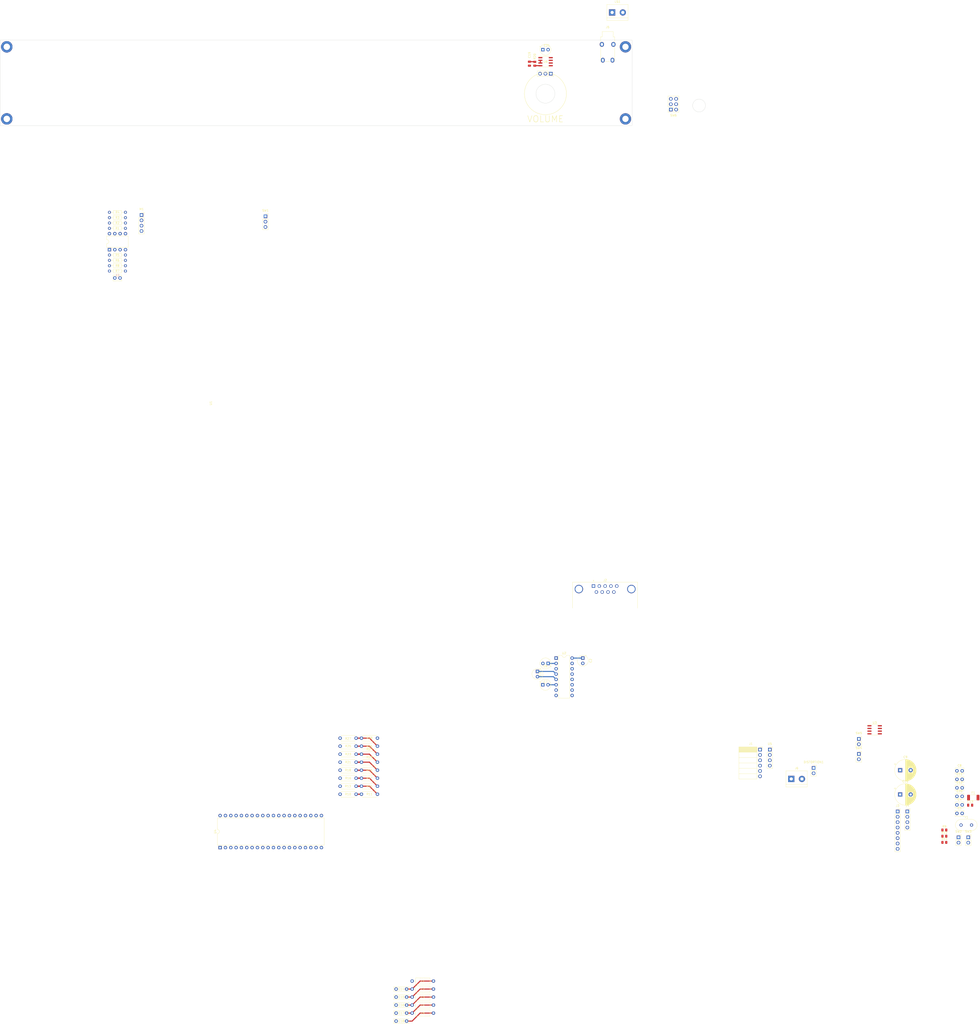
<source format=kicad_pcb>
(kicad_pcb (version 20221018) (generator pcbnew)
  (layers (0 "F.Cu" signal) (31 "B.Cu" signal) (34 "B.Paste" user) (35 "F.Paste" user) (36 "B.SilkS" user "B.Silkscreen") (37 "F.SilkS" user "F.Silkscreen") (38 "B.Mask" user) (39 "F.Mask" user) (44 "Edge.Cuts" user))
  (net 0 "")
  (net 1 "Net-(DISTORTION1-Pad1)")
  (net 2 "Net-(U2-C2+)")
  (net 3 "Net-(C13-Pad2)")
  (net 4 "GND")
  (net 5 "Net-(C16-Pad1)")
  (net 6 "Net-(U2-C2-)")
  (net 7 "Net-(U2-VS+)")
  (net 8 "Net-(C17-Pad1)")
  (net 9 "Net-(C19-Pad1)")
  (net 10 "Net-(J6-Pin_1)")
  (net 13 "RESET")
  (net 14 "+5V")
  (net 15 "MOSI")
  (net 16 "CLK")
  (net 17 "MISO")
  (net 18 "Net-(L1-Pad1)")
  (net 20 "Net-(C13-Pad1)")
  (net 21 "Net-(C14-Pad1)")
  (net 22 "Net-(C15-Pad1)")
  (net 23 "Net-(U2-VS-)")
  (net 24 "Net-(U4-XTAL1)")
  (net 25 "Net-(U4-XTAL2)")
  (net 26 "Net-(U3B-+)")
  (net 27 "Net-(U3B--)")
  (net 28 "Net-(M1-Pad3)")
  (net 30 "DAC7")
  (net 33 "DAC6")
  (net 34 "Net-(J3-Pin_1)")
  (net 35 "DAC5")
  (net 36 "Net-(J3-Pin_2)")
  (net 37 "DAC4")
  (net 38 "Net-(J3-Pin_3)")
  (net 39 "DAC3")
  (net 40 "Net-(J3-Pin_4)")
  (net 41 "DAC2")
  (net 42 "Net-(J3-Pin_5)")
  (net 43 "DAC1")
  (net 44 "Net-(R11-Pad2)")
  (net 45 "DAC0")
  (net 46 "Tremolo")
  (net 47 "Vibrato")
  (net 48 "OctaveSetting1")
  (net 49 "OctaveSetting0")
  (net 50 "Net-(U6-+)")
  (net 51 "Net-(U3A--)")
  (net 52 "Net-(R15-Pad2)")
  (net 53 "Net-(U2-T2OUT)")
  (net 54 "PhaseB")
  (net 55 "Net-(U2-R2IN)")
  (net 56 "Net-(SW6A-C)")
  (net 57 "PhaseA")
  (net 58 "Net-(R17-Pad2)")
  (net 59 "Net-(R19-Pad2)")
  (net 60 "Net-(R22-Pad2)")
  (net 61 "Net-(R24-Pad2)")
  (net 62 "Net-(R26-Pad2)")
  (net 63 "Net-(SW6B-A)")
  (net 64 "Rx")
  (net 65 "Tx")
  (net 66 "Net-(SW6A-A)")
  (net 67 "Net-(U1B--)")
  (net 68 "Net-(M1--)")
  (net 69 "Net-(U1A--)")
  (net 70 "Net-(U1B-+)")
  (net 71 "Net-(U1A-+)")
  (net 72 "Net-(U3A-+)")
  (net 73 "Net-(U6--)")
  (net 74 "Net-(SW6A-B)")
  (net 75 "Net-(SW6B-B)")
  (net 76 "Net-(SW6B-C)")
  (net 78 "Row0")
  (net 79 "Row1")
  (net 80 "Row2")
  (net 81 "Row3")
  (net 82 "SCL")
  (net 83 "SDA")
  (net 84 "MenuBtn")
  (net 85 "BackBtn")
  (footprint "Capacitor_THT:C_Rect_L7.0mm_W2.0mm_P5.00mm" (layer "F.Cu") (at 163.75 248.92 180)
    (fp_text reference "C18")
    (fp_text value "94p")
  )
  (footprint "Connector_PinSocket_2.54mm:PinSocket_1x02_P2.54mm_Vertical" (layer "F.Cu") (at 379.105354 121.82)
    (fp_text reference "SW4")
    (fp_text value "~")
  )
  (footprint "Resistor_THT:R_Axial_DIN0207_L6.3mm_D2.5mm_P7.62mm_Horizontal" (layer "F.Cu") (at 142.24 114.3)
    (fp_text reference "R28")
    (fp_text value "2k")
  )
  (footprint "Capacitor_THT:C_Rect_L4.0mm_W2.5mm_P2.50mm" (layer "F.Cu") (at 425.825354 129.84)
    (fp_text reference "C8")
    (fp_text value "18p")
  )
  (footprint "Resistor_THT:R_Axial_DIN0204_L3.6mm_D1.6mm_P7.62mm_Horizontal" (layer "F.Cu") (at 29.845 -130.81 180)
    (fp_text reference "R2")
    (fp_text value "10k")
  )
  (footprint "Resistor_THT:R_Axial_DIN0204_L3.6mm_D1.6mm_P7.62mm_Horizontal" (layer "F.Cu") (at 22.225 -115.57)
    (fp_text reference "R5")
    (fp_text value "680k")
  )
  (footprint "Capacitor_THT:CP_Radial_Tantal_D5.0mm_P2.50mm" (layer "F.Cu") (at 228.6 88.9)
    (fp_text reference "C7")
    (fp_text value "10u")
  )
  (footprint "Connector_PinSocket_2.54mm:PinSocket_1x06_P2.54mm_Horizontal" (layer "F.Cu") (at 332.065354 119.75)
    (fp_text reference "J1")
    (fp_text value "PICkit2")
  )
  (footprint "Connector_PinSocket_2.54mm:PinSocket_1x02_P2.54mm_Vertical" (layer "F.Cu") (at 431.225354 161.49)
    (fp_text reference "SW3")
    (fp_text value "BACK")
  )
  (footprint "Package_SO:SOIC-8_3.9x4.9mm_P1.27mm" (layer "F.Cu") (at 229.92 -207.565)
    (fp_text reference "U6")
    (fp_text value "LM4861")
  )
  (footprint "Capacitor_THT:C_Rect_L4.0mm_W2.5mm_P2.50mm" (layer "F.Cu") (at 425.825354 141.99)
    (fp_text reference "C20")
    (fp_text value "100n")
  )
  (footprint "Resistor_THT:R_Axial_DIN0207_L6.3mm_D2.5mm_P7.62mm_Horizontal" (layer "F.Cu") (at 132.08 125.73)
    (fp_text reference "R21")
    (fp_text value "2k")
  )
  (footprint "Connector_PinSocket_2.54mm:PinSocket_1x02_P2.54mm_Vertical" (layer "F.Cu") (at 357.565354 128.47)
    (fp_text reference "DISTORTION1")
    (fp_text value "100k")
  )
  (footprint "Capacitor_THT:C_Rect_L4.0mm_W2.5mm_P2.50mm" (layer "F.Cu") (at 425.825354 150.09)
    (fp_text reference "C5")
    (fp_text value "100n")
  )
  (footprint "Resistor_SMD:R_0805_2012Metric" (layer "F.Cu") (at 419.825354 157.99)
    (fp_text reference "R9")
    (fp_text value "56k")
  )
  (footprint "Resistor_THT:R_Axial_DIN0207_L6.3mm_D2.5mm_P7.62mm_Horizontal" (layer "F.Cu") (at 142.24 129.54)
    (fp_text reference "R19")
    (fp_text value "1k")
  )
  (footprint "Resistor_THT:R_Axial_DIN0207_L6.3mm_D2.5mm_P7.62mm_Horizontal" (layer "F.Cu") (at 142.24 121.92)
    (fp_text reference "R24")
    (fp_text value "1k")
  )
  (footprint "Resistor_SMD:R_0805_2012Metric" (layer "F.Cu") (at 419.825354 163.89)
    (fp_text reference "R14")
    (fp_text value "R")
  )
  (footprint "Connector_PinSocket_2.54mm:PinSocket_1x02_P2.54mm_Vertical" (layer "F.Cu") (at 379.105354 114.67)
    (fp_text reference "SW5")
    (fp_text value "~")
  )
  (footprint "Resistor_THT:R_Axial_DIN0207_L6.3mm_D2.5mm_P7.62mm_Horizontal" (layer "F.Cu") (at 142.24 118.11)
    (fp_text reference "R26")
    (fp_text value "1k")
  )
  (footprint "TerminalBlock:TerminalBlock_bornier-2_P5.08mm" (layer "F.Cu") (at 346.925354 133.7)
    (fp_text reference "J6")
    (fp_text value "POWER")
  )
  (footprint "Connector_PinSocket_2.54mm:PinSocket_1x08_P2.54mm_Vertical" (layer "F.Cu") (at 397.565354 149.19)
    (fp_text reference "J3")
    (fp_text value "MatrixCols")
  )
  (footprint "Package_DIP:DIP-40_W15.24mm" (layer "F.Cu") (at 74.93 166.37 90)
    (fp_text reference "U4")
    (fp_text value "ATmega32-16P")
  )
  (footprint "Capacitor_THT:CP_Radial_Tantal_D5.0mm_P2.50mm" (layer "F.Cu") (at 231.14 78.74 180)
    (fp_text reference "C6")
    (fp_text value "10u")
  )
  (footprint "Capacitor_THT:CP_Radial_Tantal_D5.0mm_P2.50mm" (layer "F.Cu") (at 247.65 76.2 -90)
    (fp_text reference "C2")
    (fp_text value "10u")
  )
  (footprint "Connector_PinSocket_2.54mm:PinSocket_1x04_P2.54mm_Vertical" (layer "F.Cu") (at 402.215354 149.19)
    (fp_text reference "J4")
    (fp_text value "MatrixRows")
  )
  (footprint "Connector_Wire:SolderWire-0.1sqmm_1x01_D0.4mm_OD1mm" (layer "F.Cu") (at 267.97 -180.34)
    (fp_text reference "" hide)
    (fp_text value "SolderWire-0.1sqmm_1x01_D0.4mm_OD1mm" hide)
  )
  (footprint "Inductor_THT:L_Axial_L6.6mm_D2.7mm_P10.16mm_Horizontal_Vishay_IM-2" (layer "F.Cu") (at 166.37 233.68)
    (fp_text reference "L2")
    (fp_text value "56m")
  )
  (footprint "Package_SO:SOIC-8_3.9x4.9mm_P1.27mm" (layer "F.Cu") (at 386.635354 110.32)
    (fp_text reference "U3")
    (fp_text value "MCP6002-xSN")
  )
  (footprint "Connector_Audio:Jack_3.5mm_Lumberg_1503_07_Horizontal" (layer "F.Cu") (at 256.725 -215.78)
    (fp_text reference "J5")
    (fp_text value "AudioJack2_Ground")
  )
  (footprint "Capacitor_THT:C_Rect_L4.0mm_W2.5mm_P2.50mm" (layer "F.Cu") (at 27.275 -104.638 180)
    (fp_text reference "C1")
    (fp_text value "100n")
  )
  (footprint "Resistor_THT:R_Axial_DIN0207_L6.3mm_D2.5mm_P7.62mm_Horizontal" (layer "F.Cu") (at 132.08 133.35)
    (fp_text reference "R16")
    (fp_text value "2k")
  )
  (footprint "Crystal:Resonator-2Pin_W10.0mm_H5.0mm" (layer "F.Cu") (at 427.775354 155.64)
    (fp_text reference "Y1")
    (fp_text value "16M")
  )
  (footprint "Connector_PinSocket_2.54mm:PinSocket_2x03_P2.54mm_Vertical" (layer "F.Cu") (at 289.56 -184.785 180)
    (fp_text reference "SW6")
    (fp_text value "~")
  )
  (footprint "TerminalBlock:TerminalBlock_bornier-2_P5.08mm" (layer "F.Cu") (at 261.62 -230.98)
    (fp_text reference "LS1")
    (fp_text value "Speaker")
  )
  (footprint "Resistor_THT:R_Axial_DIN0204_L3.6mm_D1.6mm_P7.62mm_Horizontal" (layer "F.Cu") (at 29.845 -133.35 180)
    (fp_text reference "R3")
    (fp_text value "10k")
  )
  (footprint "Resistor_THT:R_Axial_DIN0207_L6.3mm_D2.5mm_P7.62mm_Horizontal" (layer "F.Cu") (at 142.24 125.73)
    (fp_text reference "R22")
    (fp_text value "1k")
  )
  (footprint "Resistor_THT:R_Axial_DIN0207_L6.3mm_D2.5mm_P7.62mm_Horizontal" (layer "F.Cu") (at 142.24 133.35)
    (fp_text reference "R17")
    (fp_text value "1k")
  )
  (footprint "Capacitor_THT:CP_Radial_D10.0mm_P5.00mm" (layer "F.Cu") (at 398.78 129.54)
    (fp_text reference "C9")
    (fp_text value "100u")
  )
  (footprint "Resistor_THT:R_Axial_DIN0207_L6.3mm_D2.5mm_P7.62mm_Horizontal" (layer "F.Cu") (at 132.08 114.3)
    (fp_text reference "R27")
    (fp_text value "2k")
  )
  (footprint "Connector_Wire:SolderWire-0.1sqmm_1x01_D0.4mm_OD1mm" (layer "F.Cu") (at 267.97 -214.63)
    (fp_text reference "" hide)
    (fp_text value "SolderWire-0.1sqmm_1x01_D0.4mm_OD1mm" hide)
  )
  (footprint "Resistor_THT:R_Axial_DIN0207_L6.3mm_D2.5mm_P7.62mm_Horizontal" (layer "F.Cu") (at 142.24 140.97)
    (fp_text reference "R11")
    (fp_text value "1k")
  )
  (footprint "Inductor_THT:L_Axial_L6.6mm_D2.7mm_P10.16mm_Horizontal_Vishay_IM-2" (layer "F.Cu") (at 166.37 245.11)
    (fp_text reference "L5")
    (fp_text value "56m")
  )
  (footprint "Connector_PinSocket_2.54mm:PinSocket_1x03_P2.54mm_Vertical" (layer "F.Cu") (at 232.395 -201.85 -90)
    (fp_text reference "VOLUME")
    (fp_text value "1k")
  )
  (footprint "Capacitor_THT:C_Rect_L7.0mm_W2.0mm_P5.00mm" (layer "F.Cu") (at 163.75 237.49 180)
    (fp_text reference "C15")
    (fp_text value "94p")
  )
  (footprint "Resistor_THT:R_Axial_DIN0204_L3.6mm_D1.6mm_P7.62mm_Horizontal" (layer "F.Cu") (at 29.845 -107.95 180)
    (fp_text reference "R7")
    (fp_text value "10k")
  )
  (footprint "Resistor_THT:R_Axial_DIN0204_L3.6mm_D1.6mm_P7.62mm_Horizontal" (layer "F.Cu") (at 29.845 -135.89 180)
    (fp_text reference "R4")
    (fp_text value "10k")
  )
  (footprint "Capacitor_THT:C_Rect_L4.0mm_W2.5mm_P2.50mm" (layer "F.Cu") (at 425.825354 146.04)
    (fp_text reference "C4")
    (fp_text value "100n")
  )
  (footprint "Resistor_THT:R_Axial_DIN0207_L6.3mm_D2.5mm_P7.62mm_Horizontal" (layer "F.Cu") (at 132.08 137.16)
    (fp_text reference "R13")
    (fp_text value "2k")
  )
  (footprint "Capacitor_SMD:C_0805_2012Metric" (layer "F.Cu") (at 222.235 -206.61 -90)
    (fp_text reference "C19")
    (fp_text value "C")
  )
  (footprint "Capacitor_THT:C_Rect_L4.0mm_W2.5mm_P2.50mm" (layer "F.Cu") (at 425.825354 133.89)
    (fp_text reference "C11")
    (fp_text value "18p")
  )
  (footprint "Resistor_SMD:R_0805_2012Metric" (layer "F.Cu") (at 224.775 -206.5725 90)
    (fp_text reference "R20")
    (fp_text value "56k")
  )
  (footprint "Capacitor_THT:C_Rect_L4.0mm_W2.5mm_P2.50mm" (layer "F.Cu") (at 425.825354 137.94)
    (fp_text reference "C12")
    (fp_text value "100n")
  )
  (footprint "Capacitor_THT:CP_Radial_D10.0mm_P5.00mm" (layer "F.Cu") (at 398.78 141.09)
    (fp_text reference "C10")
    (fp_text value "100u")
  )
  (footprint "Package_DIP:DIP-8_W7.62mm" (layer "F.Cu") (at 22.235 -118.12 90)
    (fp_text reference "U1")
    (fp_text value "TLC3702")
  )
  (footprint "Capacitor_THT:CP_Radial_Tantal_D5.0mm_P2.50mm" (layer "F.Cu") (at 226.06 82.55 -90)
    (fp_text reference "C3")
    (fp_text value "10u")
  )
  (footprint "Connector_Wire:SolderWire-0.1sqmm_1x01_D0.4mm_OD1mm" (layer "F.Cu") (at -26.67 -214.63)
    (fp_text reference "" hide)
    (fp_text value "SolderWire-0.1sqmm_1x01_D0.4mm_OD1mm" hide)
  )
  (footprint "Resistor_SMD:R_0805_2012Metric" (layer "F.Cu") (at 419.825354 160.94)
    (fp_text reference "R12")
    (fp_text value "R")
  )
  (footprint "Inductor_THT:L_Axial_L6.6mm_D2.7mm_P10.16mm_Horizontal_Vishay_IM-2" (layer "F.Cu") (at 166.37 229.87)
    (fp_text reference "L1")
    (fp_text value "56m")
  )
  (footprint "Connector_PinSocket_2.54mm:PinSocket_1x04_P2.54mm_Vertical" (layer "F.Cu") (at 37.49 -134.61)
    (fp_text reference "M1")
    (fp_text value "Stepper")
  )
  (footprint "Connector_PinSocket_2.54mm:PinSocket_1x04_P2.54mm_Vertical" (layer "F.Cu") (at 336.715354 119.75)
    (fp_text reference "U5")
    (fp_text value "SSD1306")
  )
  (footprint "Capacitor_THT:C_Rect_L7.0mm_W2.0mm_P5.00mm" (layer "F.Cu") (at 163.75 245.11 180)
    (fp_text reference "C17")
    (fp_text value "94p")
  )
  (footprint "Capacitor_THT:C_Rect_L7.0mm_W2.0mm_P5.00mm" (layer "F.Cu") (at 163.75 241.3 180)
    (fp_text reference "C16")
    (fp_text value "94p")
  )
  (footprint "Resistor_THT:R_Axial_DIN0207_L6.3mm_D2.5mm_P7.62mm_Horizontal" (layer "F.Cu") (at 132.08 121.92)
    (fp_text reference "R23")
    (fp_text value "2k")
  )
  (footprint "Connector_Dsub:DSUB-9_Male_Horizontal_P2.77x2.84mm_EdgePinOffset7.70mm_Housed_MountingHolesOffset9.12mm" (layer "F.Cu") (at 252.74 41.939338)
    (fp_text reference "J2")
    (fp_text value "SerialPort")
  )
  (footprint "Inductor_THT:L_Axial_L6.6mm_D2.7mm_P10.16mm_Horizontal_Vishay_IM-2" (layer "F.Cu") (at 166.37 237.49)
    (fp_text reference "L3")
    (fp_text value "56m")
  )
  (footprint "Resistor_THT:R_Axial_DIN0204_L3.6mm_D1.6mm_P7.62mm_Horizontal" (layer "F.Cu") (at 29.845 -113.03 180)
    (fp_text reference "R6")
    (fp_text value "10k")
  )
  (footprint "Package_DIP:DIP-16_W7.62mm" (layer "F.Cu") (at 234.95 76.2)
    (fp_text reference "U2")
    (fp_text value "MAX232")
  )
  (footprint "Resistor_THT:R_Axial_DIN0207_L6.3mm_D2.5mm_P7.62mm_Horizontal" (layer "F.Cu") (at 132.08 140.97)
    (fp_text reference "R10")
    (fp_text value "2k")
  )
  (footprint "Resistor_THT:R_Axial_DIN0204_L3.6mm_D1.6mm_P7.62mm_Horizontal" (layer "F.Cu") (at 22.225 -128.27)
    (fp_text reference "R1")
    (fp_text value "680k")
  )
  (footprint "Capacitor_THT:C_Rect_L7.0mm_W2.0mm_P5.00mm" (layer "F.Cu") (at 163.75 233.68 180)
    (fp_text reference "C14")
    (fp_text value "94p")
  )
  (footprint "Capacitor_SMD:C_0805_2012Metric" (layer "F.Cu") (at 432.125354 146.18)
    (fp_text reference "C13")
    (fp_text value "C")
  )
  (footprint "Resistor_THT:R_Axial_DIN0207_L6.3mm_D2.5mm_P7.62mm_Horizontal" (layer "F.Cu") (at 142.24 137.16)
    (fp_text reference "R15")
    (fp_text value "1k")
  )
  (footprint "Resistor_THT:R_Axial_DIN0204_L3.6mm_D1.6mm_P7.62mm_Horizontal" (layer "F.Cu") (at 29.845 -110.49 180)
    (fp_text reference "R8")
    (fp_text value "10k")
  )
  (footprint "Connector_Wire:SolderWire-0.1sqmm_1x01_D0.4mm_OD1mm" (layer "F.Cu") (at -26.67 -180.34)
    (fp_text reference "" hide)
    (fp_text value "SolderWire-0.1sqmm_1x01_D0.4mm_OD1mm" hide)
  )
  (footprint "Fuse:Fuse_2010_5025Metric" (layer "F.Cu") (at 433.605354 142.57)
    (fp_text reference "F1")
    (fp_text value "Fuse")
  )
  (footprint "" (layer "F.Cu") (at -26.67 -214.63)
    (fp_text reference "")
    (fp_text value "")
  )
  (footprint "Connector_PinSocket_2.54mm:PinSocket_1x03_P2.54mm_Vertical" (layer "F.Cu") (at 96.52 -133.985)
    (fp_text reference "SW1")
    (fp_text value "~")
  )
  (footprint "Connector_PinSocket_2.54mm:PinSocket_1x02_P2.54mm_Vertical" (layer "F.Cu") (at 426.575354 161.49)
    (fp_text reference "SW2")
    (fp_text value "MENU")
  )
  (footprint "Resistor_THT:R_Axial_DIN0207_L6.3mm_D2.5mm_P7.62mm_Horizontal" (layer "F.Cu") (at 132.08 129.54)
    (fp_text reference "R18")
    (fp_text value "2k")
  )
  (footprint "" (layer "F.Cu") (at -26.67 -180.34)
    (fp_text reference "")
    (fp_text value "")
  )
  (footprint "Capacitor_THT:CP_Radial_Tantal_D5.0mm_P2.50mm" (layer "F.Cu") (at 228.625 -213.28)
    (fp_text reference "C21")
    (fp_text value "10u")
  )
  (footprint "Resistor_THT:R_Axial_DIN0207_L6.3mm_D2.5mm_P7.62mm_Horizontal" (layer "F.Cu") (at 132.08 118.11)
    (fp_text reference "R25")
    (fp_text value "2k")
  )
  (footprint "Inductor_THT:L_Axial_L6.6mm_D2.7mm_P10.16mm_Horizontal_Vishay_IM-2" (layer "F.Cu") (at 166.37 241.3)
    (fp_text reference "L4")
    (fp_text value "56m")
  )
  (gr_circle (center 229.855 -192.325) (end 239.855 -192.325) (stroke (width 0.15)) (fill none) (layer "F.SilkS"))
  (gr_circle (center 303.02 -186.69) (end 306.07 -186.69) (stroke (width 0.1)) (fill none) (layer "Edge.Cuts"))
  (gr_circle (center 229.855 -192.325) (end 234.355 -192.325) (stroke (width 0.1)) (fill none) (layer "Edge.Cuts"))
  (gr_rect (start -29.845 -217.805) (end 271.145 -177.165) (stroke (width 0.1)) (fill none) (layer "Edge.Cuts"))
  (segment (start 233.68 82.55) (end 234.95 83.82) (width 0.5) (layer "B.Cu") (net 2))
  (segment (start 226.06 82.55) (end 233.68 82.55) (width 0.5) (layer "B.Cu") (net 2))
  (segment (start 139.7 140.97) (end 142.24 140.97) (width 0.5) (layer "F.Cu") (net 3))
  (segment (start 163.67 241.3) (end 166.37 241.3) (width 0.5) (layer "F.Cu") (net 5))
  (segment (start 176.53 237.49) (end 170.18 237.49) (width 0.5) (layer "F.Cu") (net 5))
  (segment (start 170.18 237.49) (end 166.37 241.3) (width 0.5) (layer "F.Cu") (net 5))
  (segment (start 233.64 85.05) (end 234.95 86.36) (width 0.5) (layer "B.Cu") (net 6))
  (segment (start 226.06 85.05) (end 233.64 85.05) (width 0.5) (layer "B.Cu") (net 6))
  (segment (start 231.14 78.74) (end 234.95 78.74) (width 0.5) (layer "B.Cu") (net 7))
  (segment (start 170.18 241.3) (end 166.37 245.11) (width 0.5) (layer "F.Cu") (net 8))
  (segment (start 176.53 241.3) (end 170.18 241.3) (width 0.5) (layer "F.Cu") (net 8))
  (segment (start 163.67 245.11) (end 166.37 245.11) (width 0.5) (layer "F.Cu") (net 8))
  (segment (start 222.235 -207.56) (end 224.7 -207.56) (width 0.5) (layer "F.Cu") (net 9))
  (segment (start 224.7 -207.56) (end 224.775 -207.485) (width 0.5) (layer "F.Cu") (net 9))
  (segment (start 247.65 76.2) (end 242.57 76.2) (width 0.5) (layer "B.Cu") (net 14))
  (segment (start 163.83 233.68) (end 166.37 233.68) (width 0.5) (layer "F.Cu") (net 21))
  (segment (start 176.53 229.87) (end 170.18 229.87) (width 0.5) (layer "F.Cu") (net 21))
  (segment (start 170.18 229.87) (end 166.37 233.68) (width 0.5) (layer "F.Cu") (net 21))
  (segment (start 163.75 237.49) (end 166.37 237.49) (width 0.5) (layer "F.Cu") (net 22))
  (segment (start 176.53 233.68) (end 170.18 233.68) (width 0.5) (layer "F.Cu") (net 22))
  (segment (start 170.18 233.68) (end 166.37 237.49) (width 0.5) (layer "F.Cu") (net 22))
  (segment (start 231.1 88.9) (end 234.95 88.9) (width 0.5) (layer "B.Cu") (net 23))
  (segment (start 176.53 245.11) (end 170.18 245.11) (width 0.5) (layer "F.Cu") (net 26))
  (segment (start 166.37 248.92) (end 163.75 248.92) (width 0.5) (layer "F.Cu") (net 26))
  (segment (start 170.18 245.11) (end 166.37 248.92) (width 0.5) (layer "F.Cu") (net 26))
  (segment (start 146.05 137.16) (end 149.86 140.97) (width 0.5) (layer "F.Cu") (net 44))
  (segment (start 139.7 137.16) (end 142.24 137.16) (width 0.5) (layer "F.Cu") (net 44))
  (segment (start 139.7 137.16) (end 146.05 137.16) (width 0.5) (layer "F.Cu") (net 44))
  (segment (start 227.445 -206.93) (end 227.445 -208.2) (width 0.5) (layer "F.Cu") (net 50))
  (segment (start 139.7 133.35) (end 142.24 133.35) (width 0.5) (layer "F.Cu") (net 52))
  (segment (start 139.7 133.35) (end 146.05 133.35) (width 0.5) (layer "F.Cu") (net 52))
  (segment (start 146.05 133.35) (end 149.86 137.16) (width 0.5) (layer "F.Cu") (net 52))
  (segment (start 146.05 129.54) (end 149.86 133.35) (width 0.5) (layer "F.Cu") (net 58))
  (segment (start 139.7 129.54) (end 142.24 129.54) (width 0.5) (layer "F.Cu") (net 58))
  (segment (start 139.7 129.54) (end 146.05 129.54) (width 0.5) (layer "F.Cu") (net 58))
  (segment (start 139.7 125.73) (end 142.24 125.73) (width 0.5) (layer "F.Cu") (net 59))
  (segment (start 139.7 125.73) (end 146.05 125.73) (width 0.5) (layer "F.Cu") (net 59))
  (segment (start 146.05 125.73) (end 149.86 129.54) (width 0.5) (layer "F.Cu") (net 59))
  (segment (start 146.05 121.92) (end 149.86 125.73) (width 0.5) (layer "F.Cu") (net 60))
  (segment (start 139.7 121.92) (end 146.05 121.92) (width 0.5) (layer "F.Cu") (net 60))
  (segment (start 139.7 121.92) (end 142.24 121.92) (width 0.5) (layer "F.Cu") (net 60))
  (segment (start 142.24 118.11) (end 146.05 118.11) (width 0.5) (layer "F.Cu") (net 61))
  (segment (start 146.05 118.11) (end 149.86 121.92) (width 0.5) (layer "F.Cu") (net 61))
  (segment (start 139.7 118.11) (end 142.24 118.11) (width 0.5) (layer "F.Cu") (net 61))
  (segment (start 142.24 114.3) (end 146.05 114.3) (width 0.5) (layer "F.Cu") (net 62))
  (segment (start 146.05 114.3) (end 149.86 118.11) (width 0.5) (layer "F.Cu") (net 62))
  (segment (start 139.7 114.3) (end 142.24 114.3) (width 0.5) (layer "F.Cu") (net 62))
  (segment (start 224.775 -205.66) (end 227.445 -205.66) (width 0.5) (layer "F.Cu") (net 73))
)
</source>
